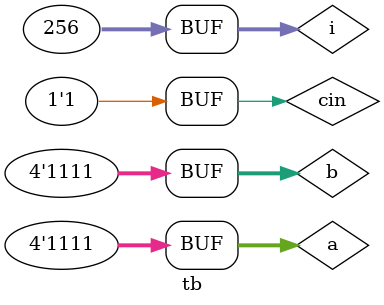
<source format=v>
module tb();
wire [3:0] sum; 
wire carry;
reg [3:0] a,b;
reg cin;
CLA_ADDER CLA(a,b,cin,sum,carry);
integer i;
initial
begin
cin = 1'b0;
for(i=0; i<256; i=i+1)
begin
{a,b}=i;
#10;
end
cin=1'b1;
for(i=0; i < 256 ; i=i+1)
begin
{a,b}=i;
#10;
end
end
initial
begin
$monitor ("%t ,a=%b, b=%b,cin=%b,sum=%b,carry=%b", $time, a,b,cin,sum,carry);
end
endmodule



</source>
